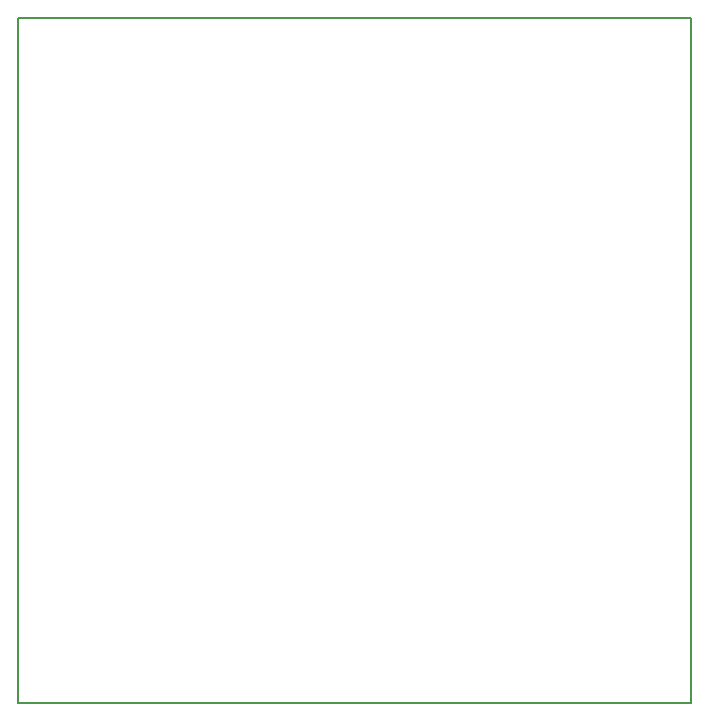
<source format=gbr>
G04 #@! TF.FileFunction,Profile,NP*
%FSLAX46Y46*%
G04 Gerber Fmt 4.6, Leading zero omitted, Abs format (unit mm)*
G04 Created by KiCad (PCBNEW 4.0.7) date 10/02/18 03:54:40*
%MOMM*%
%LPD*%
G01*
G04 APERTURE LIST*
%ADD10C,0.100000*%
%ADD11C,0.150000*%
G04 APERTURE END LIST*
D10*
D11*
X147000000Y-128000000D02*
X147000000Y-70000000D01*
X90000000Y-128000000D02*
X90000000Y-70000000D01*
X90000000Y-128000000D02*
X147000000Y-128000000D01*
X90000000Y-70000000D02*
X147000000Y-70000000D01*
M02*

</source>
